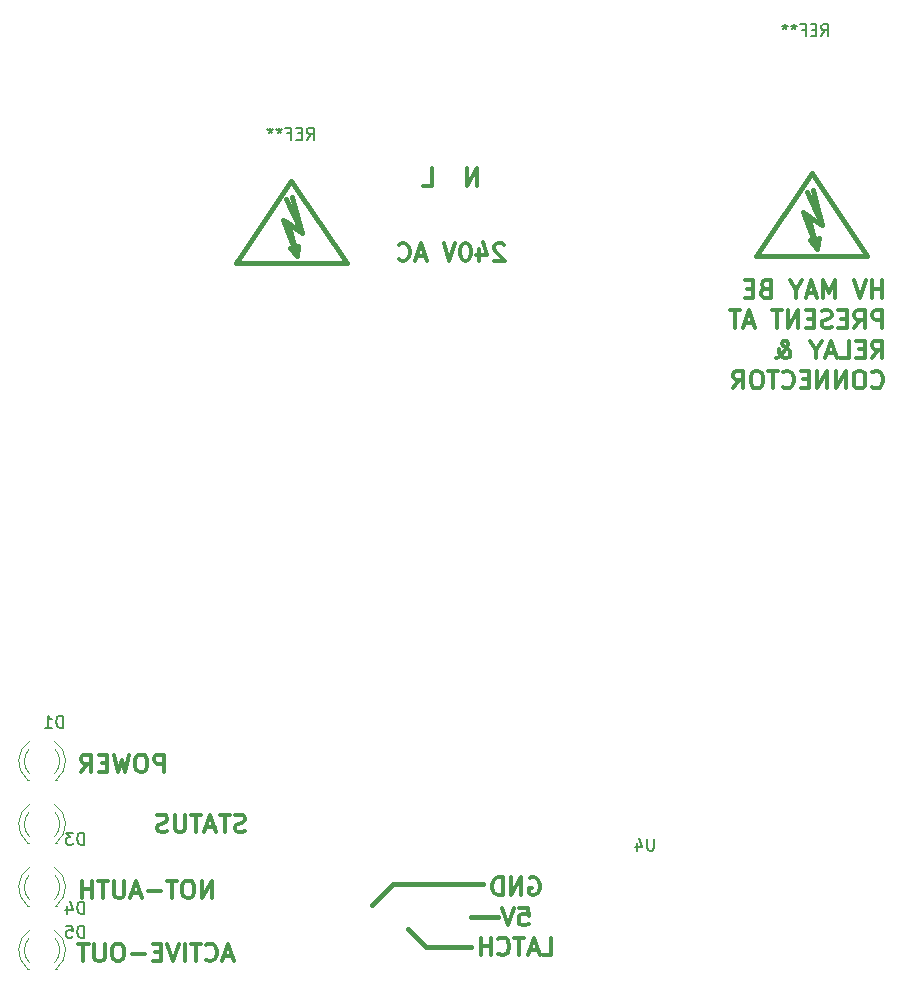
<source format=gbr>
G04 #@! TF.FileFunction,Legend,Bot*
%FSLAX46Y46*%
G04 Gerber Fmt 4.6, Leading zero omitted, Abs format (unit mm)*
G04 Created by KiCad (PCBNEW 4.0.7) date 02/09/18 10:32:30*
%MOMM*%
%LPD*%
G01*
G04 APERTURE LIST*
%ADD10C,0.100000*%
%ADD11C,0.300000*%
%ADD12C,0.400000*%
%ADD13C,0.120000*%
%ADD14C,0.381000*%
%ADD15C,0.150000*%
G04 APERTURE END LIST*
D10*
D11*
X259357857Y-74323571D02*
X259357857Y-72823571D01*
X259357857Y-73537857D02*
X258500714Y-73537857D01*
X258500714Y-74323571D02*
X258500714Y-72823571D01*
X258000714Y-72823571D02*
X257500714Y-74323571D01*
X257000714Y-72823571D01*
X255357857Y-74323571D02*
X255357857Y-72823571D01*
X254857857Y-73895000D01*
X254357857Y-72823571D01*
X254357857Y-74323571D01*
X253715000Y-73895000D02*
X253000714Y-73895000D01*
X253857857Y-74323571D02*
X253357857Y-72823571D01*
X252857857Y-74323571D01*
X252072143Y-73609286D02*
X252072143Y-74323571D01*
X252572143Y-72823571D02*
X252072143Y-73609286D01*
X251572143Y-72823571D01*
X249429286Y-73537857D02*
X249215000Y-73609286D01*
X249143572Y-73680714D01*
X249072143Y-73823571D01*
X249072143Y-74037857D01*
X249143572Y-74180714D01*
X249215000Y-74252143D01*
X249357858Y-74323571D01*
X249929286Y-74323571D01*
X249929286Y-72823571D01*
X249429286Y-72823571D01*
X249286429Y-72895000D01*
X249215000Y-72966429D01*
X249143572Y-73109286D01*
X249143572Y-73252143D01*
X249215000Y-73395000D01*
X249286429Y-73466429D01*
X249429286Y-73537857D01*
X249929286Y-73537857D01*
X248429286Y-73537857D02*
X247929286Y-73537857D01*
X247715000Y-74323571D02*
X248429286Y-74323571D01*
X248429286Y-72823571D01*
X247715000Y-72823571D01*
X259357857Y-76873571D02*
X259357857Y-75373571D01*
X258786429Y-75373571D01*
X258643571Y-75445000D01*
X258572143Y-75516429D01*
X258500714Y-75659286D01*
X258500714Y-75873571D01*
X258572143Y-76016429D01*
X258643571Y-76087857D01*
X258786429Y-76159286D01*
X259357857Y-76159286D01*
X257000714Y-76873571D02*
X257500714Y-76159286D01*
X257857857Y-76873571D02*
X257857857Y-75373571D01*
X257286429Y-75373571D01*
X257143571Y-75445000D01*
X257072143Y-75516429D01*
X257000714Y-75659286D01*
X257000714Y-75873571D01*
X257072143Y-76016429D01*
X257143571Y-76087857D01*
X257286429Y-76159286D01*
X257857857Y-76159286D01*
X256357857Y-76087857D02*
X255857857Y-76087857D01*
X255643571Y-76873571D02*
X256357857Y-76873571D01*
X256357857Y-75373571D01*
X255643571Y-75373571D01*
X255072143Y-76802143D02*
X254857857Y-76873571D01*
X254500714Y-76873571D01*
X254357857Y-76802143D01*
X254286428Y-76730714D01*
X254215000Y-76587857D01*
X254215000Y-76445000D01*
X254286428Y-76302143D01*
X254357857Y-76230714D01*
X254500714Y-76159286D01*
X254786428Y-76087857D01*
X254929286Y-76016429D01*
X255000714Y-75945000D01*
X255072143Y-75802143D01*
X255072143Y-75659286D01*
X255000714Y-75516429D01*
X254929286Y-75445000D01*
X254786428Y-75373571D01*
X254429286Y-75373571D01*
X254215000Y-75445000D01*
X253572143Y-76087857D02*
X253072143Y-76087857D01*
X252857857Y-76873571D02*
X253572143Y-76873571D01*
X253572143Y-75373571D01*
X252857857Y-75373571D01*
X252215000Y-76873571D02*
X252215000Y-75373571D01*
X251357857Y-76873571D01*
X251357857Y-75373571D01*
X250857857Y-75373571D02*
X250000714Y-75373571D01*
X250429285Y-76873571D02*
X250429285Y-75373571D01*
X248429286Y-76445000D02*
X247715000Y-76445000D01*
X248572143Y-76873571D02*
X248072143Y-75373571D01*
X247572143Y-76873571D01*
X247286429Y-75373571D02*
X246429286Y-75373571D01*
X246857857Y-76873571D02*
X246857857Y-75373571D01*
X258500714Y-79423571D02*
X259000714Y-78709286D01*
X259357857Y-79423571D02*
X259357857Y-77923571D01*
X258786429Y-77923571D01*
X258643571Y-77995000D01*
X258572143Y-78066429D01*
X258500714Y-78209286D01*
X258500714Y-78423571D01*
X258572143Y-78566429D01*
X258643571Y-78637857D01*
X258786429Y-78709286D01*
X259357857Y-78709286D01*
X257857857Y-78637857D02*
X257357857Y-78637857D01*
X257143571Y-79423571D02*
X257857857Y-79423571D01*
X257857857Y-77923571D01*
X257143571Y-77923571D01*
X255786428Y-79423571D02*
X256500714Y-79423571D01*
X256500714Y-77923571D01*
X255357857Y-78995000D02*
X254643571Y-78995000D01*
X255500714Y-79423571D02*
X255000714Y-77923571D01*
X254500714Y-79423571D01*
X253715000Y-78709286D02*
X253715000Y-79423571D01*
X254215000Y-77923571D02*
X253715000Y-78709286D01*
X253215000Y-77923571D01*
X250357857Y-79423571D02*
X250429286Y-79423571D01*
X250572143Y-79352143D01*
X250786429Y-79137857D01*
X251143572Y-78709286D01*
X251286429Y-78495000D01*
X251357857Y-78280714D01*
X251357857Y-78137857D01*
X251286429Y-77995000D01*
X251143572Y-77923571D01*
X251072143Y-77923571D01*
X250929286Y-77995000D01*
X250857857Y-78137857D01*
X250857857Y-78209286D01*
X250929286Y-78352143D01*
X251000715Y-78423571D01*
X251429286Y-78709286D01*
X251500715Y-78780714D01*
X251572143Y-78923571D01*
X251572143Y-79137857D01*
X251500715Y-79280714D01*
X251429286Y-79352143D01*
X251286429Y-79423571D01*
X251072143Y-79423571D01*
X250929286Y-79352143D01*
X250857857Y-79280714D01*
X250643572Y-78995000D01*
X250572143Y-78780714D01*
X250572143Y-78637857D01*
X258500714Y-81830714D02*
X258572143Y-81902143D01*
X258786429Y-81973571D01*
X258929286Y-81973571D01*
X259143571Y-81902143D01*
X259286429Y-81759286D01*
X259357857Y-81616429D01*
X259429286Y-81330714D01*
X259429286Y-81116429D01*
X259357857Y-80830714D01*
X259286429Y-80687857D01*
X259143571Y-80545000D01*
X258929286Y-80473571D01*
X258786429Y-80473571D01*
X258572143Y-80545000D01*
X258500714Y-80616429D01*
X257572143Y-80473571D02*
X257286429Y-80473571D01*
X257143571Y-80545000D01*
X257000714Y-80687857D01*
X256929286Y-80973571D01*
X256929286Y-81473571D01*
X257000714Y-81759286D01*
X257143571Y-81902143D01*
X257286429Y-81973571D01*
X257572143Y-81973571D01*
X257715000Y-81902143D01*
X257857857Y-81759286D01*
X257929286Y-81473571D01*
X257929286Y-80973571D01*
X257857857Y-80687857D01*
X257715000Y-80545000D01*
X257572143Y-80473571D01*
X256286428Y-81973571D02*
X256286428Y-80473571D01*
X255429285Y-81973571D01*
X255429285Y-80473571D01*
X254714999Y-81973571D02*
X254714999Y-80473571D01*
X253857856Y-81973571D01*
X253857856Y-80473571D01*
X253143570Y-81187857D02*
X252643570Y-81187857D01*
X252429284Y-81973571D02*
X253143570Y-81973571D01*
X253143570Y-80473571D01*
X252429284Y-80473571D01*
X250929284Y-81830714D02*
X251000713Y-81902143D01*
X251214999Y-81973571D01*
X251357856Y-81973571D01*
X251572141Y-81902143D01*
X251714999Y-81759286D01*
X251786427Y-81616429D01*
X251857856Y-81330714D01*
X251857856Y-81116429D01*
X251786427Y-80830714D01*
X251714999Y-80687857D01*
X251572141Y-80545000D01*
X251357856Y-80473571D01*
X251214999Y-80473571D01*
X251000713Y-80545000D01*
X250929284Y-80616429D01*
X250500713Y-80473571D02*
X249643570Y-80473571D01*
X250072141Y-81973571D02*
X250072141Y-80473571D01*
X248857856Y-80473571D02*
X248572142Y-80473571D01*
X248429284Y-80545000D01*
X248286427Y-80687857D01*
X248214999Y-80973571D01*
X248214999Y-81473571D01*
X248286427Y-81759286D01*
X248429284Y-81902143D01*
X248572142Y-81973571D01*
X248857856Y-81973571D01*
X249000713Y-81902143D01*
X249143570Y-81759286D01*
X249214999Y-81473571D01*
X249214999Y-80973571D01*
X249143570Y-80687857D01*
X249000713Y-80545000D01*
X248857856Y-80473571D01*
X246714998Y-81973571D02*
X247214998Y-81259286D01*
X247572141Y-81973571D02*
X247572141Y-80473571D01*
X247000713Y-80473571D01*
X246857855Y-80545000D01*
X246786427Y-80616429D01*
X246714998Y-80759286D01*
X246714998Y-80973571D01*
X246786427Y-81116429D01*
X246857855Y-81187857D01*
X247000713Y-81259286D01*
X247572141Y-81259286D01*
D12*
X216916000Y-124968000D02*
X216154000Y-125730000D01*
X220726000Y-129286000D02*
X219202000Y-127762000D01*
X224536000Y-129286000D02*
X220726000Y-129286000D01*
X217932000Y-123952000D02*
X216916000Y-124968000D01*
X225552000Y-123952000D02*
X217932000Y-123952000D01*
X226822000Y-126746000D02*
X224536000Y-126746000D01*
D11*
X229488857Y-123446000D02*
X229631714Y-123374571D01*
X229846000Y-123374571D01*
X230060285Y-123446000D01*
X230203143Y-123588857D01*
X230274571Y-123731714D01*
X230346000Y-124017429D01*
X230346000Y-124231714D01*
X230274571Y-124517429D01*
X230203143Y-124660286D01*
X230060285Y-124803143D01*
X229846000Y-124874571D01*
X229703143Y-124874571D01*
X229488857Y-124803143D01*
X229417428Y-124731714D01*
X229417428Y-124231714D01*
X229703143Y-124231714D01*
X228774571Y-124874571D02*
X228774571Y-123374571D01*
X227917428Y-124874571D01*
X227917428Y-123374571D01*
X227203142Y-124874571D02*
X227203142Y-123374571D01*
X226845999Y-123374571D01*
X226631714Y-123446000D01*
X226488856Y-123588857D01*
X226417428Y-123731714D01*
X226345999Y-124017429D01*
X226345999Y-124231714D01*
X226417428Y-124517429D01*
X226488856Y-124660286D01*
X226631714Y-124803143D01*
X226845999Y-124874571D01*
X227203142Y-124874571D01*
X228631713Y-125924571D02*
X229345999Y-125924571D01*
X229417428Y-126638857D01*
X229345999Y-126567429D01*
X229203142Y-126496000D01*
X228845999Y-126496000D01*
X228703142Y-126567429D01*
X228631713Y-126638857D01*
X228560285Y-126781714D01*
X228560285Y-127138857D01*
X228631713Y-127281714D01*
X228703142Y-127353143D01*
X228845999Y-127424571D01*
X229203142Y-127424571D01*
X229345999Y-127353143D01*
X229417428Y-127281714D01*
X228131714Y-125924571D02*
X227631714Y-127424571D01*
X227131714Y-125924571D01*
X230631714Y-129974571D02*
X231346000Y-129974571D01*
X231346000Y-128474571D01*
X230203143Y-129546000D02*
X229488857Y-129546000D01*
X230346000Y-129974571D02*
X229846000Y-128474571D01*
X229346000Y-129974571D01*
X229060286Y-128474571D02*
X228203143Y-128474571D01*
X228631714Y-129974571D02*
X228631714Y-128474571D01*
X226846000Y-129831714D02*
X226917429Y-129903143D01*
X227131715Y-129974571D01*
X227274572Y-129974571D01*
X227488857Y-129903143D01*
X227631715Y-129760286D01*
X227703143Y-129617429D01*
X227774572Y-129331714D01*
X227774572Y-129117429D01*
X227703143Y-128831714D01*
X227631715Y-128688857D01*
X227488857Y-128546000D01*
X227274572Y-128474571D01*
X227131715Y-128474571D01*
X226917429Y-128546000D01*
X226846000Y-128617429D01*
X226203143Y-129974571D02*
X226203143Y-128474571D01*
X226203143Y-129188857D02*
X225346000Y-129188857D01*
X225346000Y-129974571D02*
X225346000Y-128474571D01*
X204294572Y-130044000D02*
X203580286Y-130044000D01*
X204437429Y-130472571D02*
X203937429Y-128972571D01*
X203437429Y-130472571D01*
X202080286Y-130329714D02*
X202151715Y-130401143D01*
X202366001Y-130472571D01*
X202508858Y-130472571D01*
X202723143Y-130401143D01*
X202866001Y-130258286D01*
X202937429Y-130115429D01*
X203008858Y-129829714D01*
X203008858Y-129615429D01*
X202937429Y-129329714D01*
X202866001Y-129186857D01*
X202723143Y-129044000D01*
X202508858Y-128972571D01*
X202366001Y-128972571D01*
X202151715Y-129044000D01*
X202080286Y-129115429D01*
X201651715Y-128972571D02*
X200794572Y-128972571D01*
X201223143Y-130472571D02*
X201223143Y-128972571D01*
X200294572Y-130472571D02*
X200294572Y-128972571D01*
X199794572Y-128972571D02*
X199294572Y-130472571D01*
X198794572Y-128972571D01*
X198294572Y-129686857D02*
X197794572Y-129686857D01*
X197580286Y-130472571D02*
X198294572Y-130472571D01*
X198294572Y-128972571D01*
X197580286Y-128972571D01*
X196937429Y-129901143D02*
X195794572Y-129901143D01*
X194794572Y-128972571D02*
X194508858Y-128972571D01*
X194366000Y-129044000D01*
X194223143Y-129186857D01*
X194151715Y-129472571D01*
X194151715Y-129972571D01*
X194223143Y-130258286D01*
X194366000Y-130401143D01*
X194508858Y-130472571D01*
X194794572Y-130472571D01*
X194937429Y-130401143D01*
X195080286Y-130258286D01*
X195151715Y-129972571D01*
X195151715Y-129472571D01*
X195080286Y-129186857D01*
X194937429Y-129044000D01*
X194794572Y-128972571D01*
X193508857Y-128972571D02*
X193508857Y-130186857D01*
X193437429Y-130329714D01*
X193366000Y-130401143D01*
X193223143Y-130472571D01*
X192937429Y-130472571D01*
X192794571Y-130401143D01*
X192723143Y-130329714D01*
X192651714Y-130186857D01*
X192651714Y-128972571D01*
X192151714Y-128972571D02*
X191294571Y-128972571D01*
X191723142Y-130472571D02*
X191723142Y-128972571D01*
X202604000Y-125138571D02*
X202604000Y-123638571D01*
X201746857Y-125138571D01*
X201746857Y-123638571D01*
X200746857Y-123638571D02*
X200461143Y-123638571D01*
X200318285Y-123710000D01*
X200175428Y-123852857D01*
X200104000Y-124138571D01*
X200104000Y-124638571D01*
X200175428Y-124924286D01*
X200318285Y-125067143D01*
X200461143Y-125138571D01*
X200746857Y-125138571D01*
X200889714Y-125067143D01*
X201032571Y-124924286D01*
X201104000Y-124638571D01*
X201104000Y-124138571D01*
X201032571Y-123852857D01*
X200889714Y-123710000D01*
X200746857Y-123638571D01*
X199675428Y-123638571D02*
X198818285Y-123638571D01*
X199246856Y-125138571D02*
X199246856Y-123638571D01*
X198318285Y-124567143D02*
X197175428Y-124567143D01*
X196532571Y-124710000D02*
X195818285Y-124710000D01*
X196675428Y-125138571D02*
X196175428Y-123638571D01*
X195675428Y-125138571D01*
X195175428Y-123638571D02*
X195175428Y-124852857D01*
X195104000Y-124995714D01*
X195032571Y-125067143D01*
X194889714Y-125138571D01*
X194604000Y-125138571D01*
X194461142Y-125067143D01*
X194389714Y-124995714D01*
X194318285Y-124852857D01*
X194318285Y-123638571D01*
X193818285Y-123638571D02*
X192961142Y-123638571D01*
X193389713Y-125138571D02*
X193389713Y-123638571D01*
X192461142Y-125138571D02*
X192461142Y-123638571D01*
X192461142Y-124352857D02*
X191603999Y-124352857D01*
X191603999Y-125138571D02*
X191603999Y-123638571D01*
X205390285Y-119479143D02*
X205175999Y-119550571D01*
X204818856Y-119550571D01*
X204675999Y-119479143D01*
X204604570Y-119407714D01*
X204533142Y-119264857D01*
X204533142Y-119122000D01*
X204604570Y-118979143D01*
X204675999Y-118907714D01*
X204818856Y-118836286D01*
X205104570Y-118764857D01*
X205247428Y-118693429D01*
X205318856Y-118622000D01*
X205390285Y-118479143D01*
X205390285Y-118336286D01*
X205318856Y-118193429D01*
X205247428Y-118122000D01*
X205104570Y-118050571D01*
X204747428Y-118050571D01*
X204533142Y-118122000D01*
X204104571Y-118050571D02*
X203247428Y-118050571D01*
X203675999Y-119550571D02*
X203675999Y-118050571D01*
X202818857Y-119122000D02*
X202104571Y-119122000D01*
X202961714Y-119550571D02*
X202461714Y-118050571D01*
X201961714Y-119550571D01*
X201676000Y-118050571D02*
X200818857Y-118050571D01*
X201247428Y-119550571D02*
X201247428Y-118050571D01*
X200318857Y-118050571D02*
X200318857Y-119264857D01*
X200247429Y-119407714D01*
X200176000Y-119479143D01*
X200033143Y-119550571D01*
X199747429Y-119550571D01*
X199604571Y-119479143D01*
X199533143Y-119407714D01*
X199461714Y-119264857D01*
X199461714Y-118050571D01*
X198818857Y-119479143D02*
X198604571Y-119550571D01*
X198247428Y-119550571D01*
X198104571Y-119479143D01*
X198033142Y-119407714D01*
X197961714Y-119264857D01*
X197961714Y-119122000D01*
X198033142Y-118979143D01*
X198104571Y-118907714D01*
X198247428Y-118836286D01*
X198533142Y-118764857D01*
X198676000Y-118693429D01*
X198747428Y-118622000D01*
X198818857Y-118479143D01*
X198818857Y-118336286D01*
X198747428Y-118193429D01*
X198676000Y-118122000D01*
X198533142Y-118050571D01*
X198176000Y-118050571D01*
X197961714Y-118122000D01*
X198536286Y-114470571D02*
X198536286Y-112970571D01*
X197964858Y-112970571D01*
X197822000Y-113042000D01*
X197750572Y-113113429D01*
X197679143Y-113256286D01*
X197679143Y-113470571D01*
X197750572Y-113613429D01*
X197822000Y-113684857D01*
X197964858Y-113756286D01*
X198536286Y-113756286D01*
X196750572Y-112970571D02*
X196464858Y-112970571D01*
X196322000Y-113042000D01*
X196179143Y-113184857D01*
X196107715Y-113470571D01*
X196107715Y-113970571D01*
X196179143Y-114256286D01*
X196322000Y-114399143D01*
X196464858Y-114470571D01*
X196750572Y-114470571D01*
X196893429Y-114399143D01*
X197036286Y-114256286D01*
X197107715Y-113970571D01*
X197107715Y-113470571D01*
X197036286Y-113184857D01*
X196893429Y-113042000D01*
X196750572Y-112970571D01*
X195607714Y-112970571D02*
X195250571Y-114470571D01*
X194964857Y-113399143D01*
X194679143Y-114470571D01*
X194322000Y-112970571D01*
X193750571Y-113684857D02*
X193250571Y-113684857D01*
X193036285Y-114470571D02*
X193750571Y-114470571D01*
X193750571Y-112970571D01*
X193036285Y-112970571D01*
X191536285Y-114470571D02*
X192036285Y-113756286D01*
X192393428Y-114470571D02*
X192393428Y-112970571D01*
X191822000Y-112970571D01*
X191679142Y-113042000D01*
X191607714Y-113113429D01*
X191536285Y-113256286D01*
X191536285Y-113470571D01*
X191607714Y-113613429D01*
X191679142Y-113684857D01*
X191822000Y-113756286D01*
X192393428Y-113756286D01*
X227349285Y-69806429D02*
X227277856Y-69735000D01*
X227134999Y-69663571D01*
X226777856Y-69663571D01*
X226634999Y-69735000D01*
X226563570Y-69806429D01*
X226492142Y-69949286D01*
X226492142Y-70092143D01*
X226563570Y-70306429D01*
X227420713Y-71163571D01*
X226492142Y-71163571D01*
X225206428Y-70163571D02*
X225206428Y-71163571D01*
X225563571Y-69592143D02*
X225920714Y-70663571D01*
X224992142Y-70663571D01*
X224135000Y-69663571D02*
X223992143Y-69663571D01*
X223849286Y-69735000D01*
X223777857Y-69806429D01*
X223706428Y-69949286D01*
X223635000Y-70235000D01*
X223635000Y-70592143D01*
X223706428Y-70877857D01*
X223777857Y-71020714D01*
X223849286Y-71092143D01*
X223992143Y-71163571D01*
X224135000Y-71163571D01*
X224277857Y-71092143D01*
X224349286Y-71020714D01*
X224420714Y-70877857D01*
X224492143Y-70592143D01*
X224492143Y-70235000D01*
X224420714Y-69949286D01*
X224349286Y-69806429D01*
X224277857Y-69735000D01*
X224135000Y-69663571D01*
X223206429Y-69663571D02*
X222706429Y-71163571D01*
X222206429Y-69663571D01*
X220635001Y-70735000D02*
X219920715Y-70735000D01*
X220777858Y-71163571D02*
X220277858Y-69663571D01*
X219777858Y-71163571D01*
X218420715Y-71020714D02*
X218492144Y-71092143D01*
X218706430Y-71163571D01*
X218849287Y-71163571D01*
X219063572Y-71092143D01*
X219206430Y-70949286D01*
X219277858Y-70806429D01*
X219349287Y-70520714D01*
X219349287Y-70306429D01*
X219277858Y-70020714D01*
X219206430Y-69877857D01*
X219063572Y-69735000D01*
X218849287Y-69663571D01*
X218706430Y-69663571D01*
X218492144Y-69735000D01*
X218420715Y-69806429D01*
X225063571Y-64813571D02*
X225063571Y-63313571D01*
X224206428Y-64813571D01*
X224206428Y-63313571D01*
X220492142Y-64813571D02*
X221206428Y-64813571D01*
X221206428Y-63313571D01*
D13*
X189292608Y-117199665D02*
G75*
G02X189449516Y-120432000I-1078608J-1672335D01*
G01*
X187135392Y-117199665D02*
G75*
G03X186978484Y-120432000I1078608J-1672335D01*
G01*
X189293837Y-117830870D02*
G75*
G02X189294000Y-119912961I-1079837J-1041130D01*
G01*
X187134163Y-117830870D02*
G75*
G03X187134000Y-119912961I1079837J-1041130D01*
G01*
X189450000Y-120432000D02*
X189294000Y-120432000D01*
X187134000Y-120432000D02*
X186978000Y-120432000D01*
X189292608Y-122533665D02*
G75*
G02X189449516Y-125766000I-1078608J-1672335D01*
G01*
X187135392Y-122533665D02*
G75*
G03X186978484Y-125766000I1078608J-1672335D01*
G01*
X189293837Y-123164870D02*
G75*
G02X189294000Y-125246961I-1079837J-1041130D01*
G01*
X187134163Y-123164870D02*
G75*
G03X187134000Y-125246961I1079837J-1041130D01*
G01*
X189450000Y-125766000D02*
X189294000Y-125766000D01*
X187134000Y-125766000D02*
X186978000Y-125766000D01*
X189292608Y-127867665D02*
G75*
G02X189449516Y-131100000I-1078608J-1672335D01*
G01*
X187135392Y-127867665D02*
G75*
G03X186978484Y-131100000I1078608J-1672335D01*
G01*
X189293837Y-128498870D02*
G75*
G02X189294000Y-130580961I-1079837J-1041130D01*
G01*
X187134163Y-128498870D02*
G75*
G03X187134000Y-130580961I1079837J-1041130D01*
G01*
X189450000Y-131100000D02*
X189294000Y-131100000D01*
X187134000Y-131100000D02*
X186978000Y-131100000D01*
X189292608Y-111865665D02*
G75*
G02X189449516Y-115098000I-1078608J-1672335D01*
G01*
X187135392Y-111865665D02*
G75*
G03X186978484Y-115098000I1078608J-1672335D01*
G01*
X189293837Y-112496870D02*
G75*
G02X189294000Y-114578961I-1079837J-1041130D01*
G01*
X187134163Y-112496870D02*
G75*
G03X187134000Y-114578961I1079837J-1041130D01*
G01*
X189450000Y-115098000D02*
X189294000Y-115098000D01*
X187134000Y-115098000D02*
X186978000Y-115098000D01*
D14*
X253862840Y-70144640D02*
X252663960Y-67045840D01*
X252663960Y-67045840D02*
X253263400Y-67444620D01*
X254264160Y-68145660D02*
X252963680Y-65344040D01*
X253862840Y-70144640D02*
X253263400Y-69446140D01*
X253464060Y-65145920D02*
X254264160Y-68145660D01*
X254264160Y-68145660D02*
X253065280Y-67345560D01*
X253065280Y-67345560D02*
X253862840Y-70144640D01*
X253862840Y-70144640D02*
X253964440Y-69245480D01*
X253365000Y-63754000D02*
X248666000Y-70739000D01*
X248666000Y-70739000D02*
X258064000Y-70739000D01*
X258064000Y-70739000D02*
X253365000Y-63754000D01*
X209793840Y-70779640D02*
X208594960Y-67680840D01*
X208594960Y-67680840D02*
X209194400Y-68079620D01*
X210195160Y-68780660D02*
X208894680Y-65979040D01*
X209793840Y-70779640D02*
X209194400Y-70081140D01*
X209395060Y-65780920D02*
X210195160Y-68780660D01*
X210195160Y-68780660D02*
X208996280Y-67980560D01*
X208996280Y-67980560D02*
X209793840Y-70779640D01*
X209793840Y-70779640D02*
X209895440Y-69880480D01*
X209296000Y-64389000D02*
X204597000Y-71374000D01*
X204597000Y-71374000D02*
X213995000Y-71374000D01*
X213995000Y-71374000D02*
X209296000Y-64389000D01*
D15*
X240029905Y-120102381D02*
X240029905Y-120911905D01*
X239982286Y-121007143D01*
X239934667Y-121054762D01*
X239839429Y-121102381D01*
X239648952Y-121102381D01*
X239553714Y-121054762D01*
X239506095Y-121007143D01*
X239458476Y-120911905D01*
X239458476Y-120102381D01*
X238553714Y-120435714D02*
X238553714Y-121102381D01*
X238791810Y-120054762D02*
X239029905Y-120769048D01*
X238410857Y-120769048D01*
X191746095Y-120594381D02*
X191746095Y-119594381D01*
X191508000Y-119594381D01*
X191365142Y-119642000D01*
X191269904Y-119737238D01*
X191222285Y-119832476D01*
X191174666Y-120022952D01*
X191174666Y-120165810D01*
X191222285Y-120356286D01*
X191269904Y-120451524D01*
X191365142Y-120546762D01*
X191508000Y-120594381D01*
X191746095Y-120594381D01*
X190841333Y-119594381D02*
X190222285Y-119594381D01*
X190555619Y-119975333D01*
X190412761Y-119975333D01*
X190317523Y-120022952D01*
X190269904Y-120070571D01*
X190222285Y-120165810D01*
X190222285Y-120403905D01*
X190269904Y-120499143D01*
X190317523Y-120546762D01*
X190412761Y-120594381D01*
X190698476Y-120594381D01*
X190793714Y-120546762D01*
X190841333Y-120499143D01*
X191746095Y-126436381D02*
X191746095Y-125436381D01*
X191508000Y-125436381D01*
X191365142Y-125484000D01*
X191269904Y-125579238D01*
X191222285Y-125674476D01*
X191174666Y-125864952D01*
X191174666Y-126007810D01*
X191222285Y-126198286D01*
X191269904Y-126293524D01*
X191365142Y-126388762D01*
X191508000Y-126436381D01*
X191746095Y-126436381D01*
X190317523Y-125769714D02*
X190317523Y-126436381D01*
X190555619Y-125388762D02*
X190793714Y-126103048D01*
X190174666Y-126103048D01*
X191746095Y-128468381D02*
X191746095Y-127468381D01*
X191508000Y-127468381D01*
X191365142Y-127516000D01*
X191269904Y-127611238D01*
X191222285Y-127706476D01*
X191174666Y-127896952D01*
X191174666Y-128039810D01*
X191222285Y-128230286D01*
X191269904Y-128325524D01*
X191365142Y-128420762D01*
X191508000Y-128468381D01*
X191746095Y-128468381D01*
X190269904Y-127468381D02*
X190746095Y-127468381D01*
X190793714Y-127944571D01*
X190746095Y-127896952D01*
X190650857Y-127849333D01*
X190412761Y-127849333D01*
X190317523Y-127896952D01*
X190269904Y-127944571D01*
X190222285Y-128039810D01*
X190222285Y-128277905D01*
X190269904Y-128373143D01*
X190317523Y-128420762D01*
X190412761Y-128468381D01*
X190650857Y-128468381D01*
X190746095Y-128420762D01*
X190793714Y-128373143D01*
X189968095Y-110688381D02*
X189968095Y-109688381D01*
X189730000Y-109688381D01*
X189587142Y-109736000D01*
X189491904Y-109831238D01*
X189444285Y-109926476D01*
X189396666Y-110116952D01*
X189396666Y-110259810D01*
X189444285Y-110450286D01*
X189491904Y-110545524D01*
X189587142Y-110640762D01*
X189730000Y-110688381D01*
X189968095Y-110688381D01*
X188444285Y-110688381D02*
X189015714Y-110688381D01*
X188730000Y-110688381D02*
X188730000Y-109688381D01*
X188825238Y-109831238D01*
X188920476Y-109926476D01*
X189015714Y-109974095D01*
X254190333Y-52141381D02*
X254523667Y-51665190D01*
X254761762Y-52141381D02*
X254761762Y-51141381D01*
X254380809Y-51141381D01*
X254285571Y-51189000D01*
X254237952Y-51236619D01*
X254190333Y-51331857D01*
X254190333Y-51474714D01*
X254237952Y-51569952D01*
X254285571Y-51617571D01*
X254380809Y-51665190D01*
X254761762Y-51665190D01*
X253761762Y-51617571D02*
X253428428Y-51617571D01*
X253285571Y-52141381D02*
X253761762Y-52141381D01*
X253761762Y-51141381D01*
X253285571Y-51141381D01*
X252523666Y-51617571D02*
X252857000Y-51617571D01*
X252857000Y-52141381D02*
X252857000Y-51141381D01*
X252380809Y-51141381D01*
X251857000Y-51141381D02*
X251857000Y-51379476D01*
X252095095Y-51284238D02*
X251857000Y-51379476D01*
X251618904Y-51284238D01*
X251999857Y-51569952D02*
X251857000Y-51379476D01*
X251714142Y-51569952D01*
X251095095Y-51141381D02*
X251095095Y-51379476D01*
X251333190Y-51284238D02*
X251095095Y-51379476D01*
X250856999Y-51284238D01*
X251237952Y-51569952D02*
X251095095Y-51379476D01*
X250952237Y-51569952D01*
X210629333Y-60904381D02*
X210962667Y-60428190D01*
X211200762Y-60904381D02*
X211200762Y-59904381D01*
X210819809Y-59904381D01*
X210724571Y-59952000D01*
X210676952Y-59999619D01*
X210629333Y-60094857D01*
X210629333Y-60237714D01*
X210676952Y-60332952D01*
X210724571Y-60380571D01*
X210819809Y-60428190D01*
X211200762Y-60428190D01*
X210200762Y-60380571D02*
X209867428Y-60380571D01*
X209724571Y-60904381D02*
X210200762Y-60904381D01*
X210200762Y-59904381D01*
X209724571Y-59904381D01*
X208962666Y-60380571D02*
X209296000Y-60380571D01*
X209296000Y-60904381D02*
X209296000Y-59904381D01*
X208819809Y-59904381D01*
X208296000Y-59904381D02*
X208296000Y-60142476D01*
X208534095Y-60047238D02*
X208296000Y-60142476D01*
X208057904Y-60047238D01*
X208438857Y-60332952D02*
X208296000Y-60142476D01*
X208153142Y-60332952D01*
X207534095Y-59904381D02*
X207534095Y-60142476D01*
X207772190Y-60047238D02*
X207534095Y-60142476D01*
X207295999Y-60047238D01*
X207676952Y-60332952D02*
X207534095Y-60142476D01*
X207391237Y-60332952D01*
M02*

</source>
